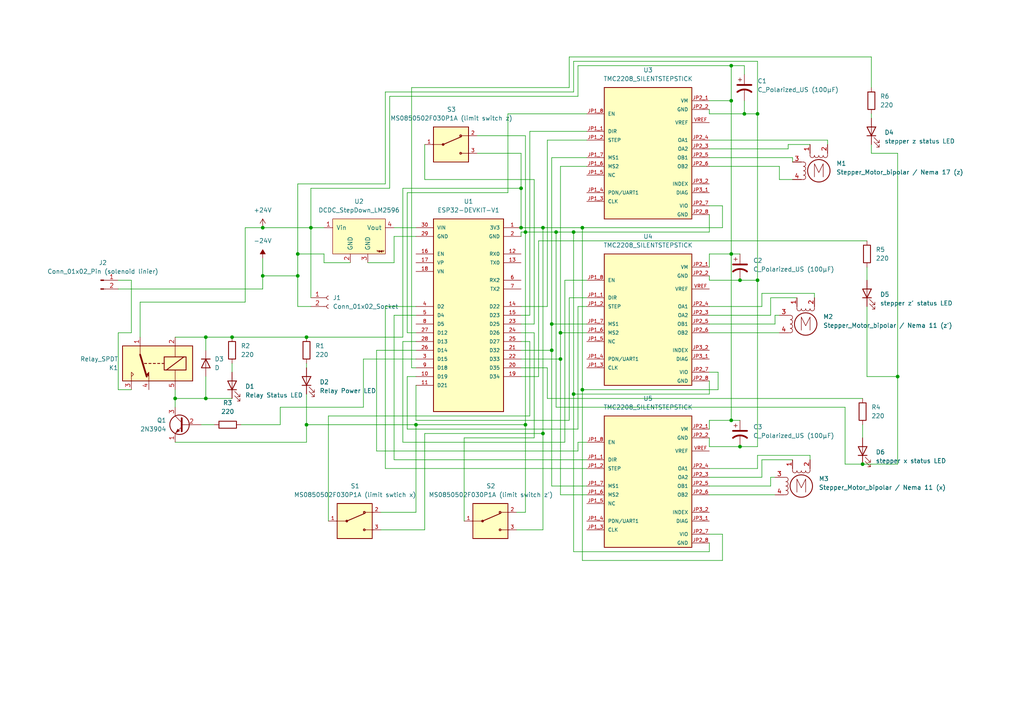
<source format=kicad_sch>
(kicad_sch (version 20231120) (generator "eeschema") (generator_version "8.0")
  (paper "A4")
  (title_block (title "IoT Liquid Dispensing Iodium-131 Capsules") (date "2024-03-06") (rev "2"))
  (lib_symbols
    (symbol "Connector:Conn_01x02_Pin" (pin_names (offset 1.016) hide)
      (property "Reference" "J" (at 0 2.54 0))
      (property "Value" "Conn_01x02_Pin" (at 0 -5.08 0))
      (symbol "Conn_01x02_Pin_1_1"
        (polyline (pts (xy 1.27 -2.54) (xy 0.8636 -2.54)) (stroke (width 0.1524)))
        (polyline (pts (xy 1.27 0) (xy 0.8636 0)) (stroke (width 0.1524)))
        (rectangle (start 0.8636 -2.413) (end 0 -2.667) (stroke (width 0.1524)) (fill (type outline)))
        (rectangle (start 0.8636 0.127) (end 0 -0.127) (stroke (width 0.1524)) (fill (type outline)))
        (pin passive line (at 5.08 0 180) (length 3.81) (name "Pin_1") (number "1"))
        (pin passive line (at 5.08 -2.54 180) (length 3.81) (name "Pin_2") (number "2"))
      )
    )
    (symbol "Connector:Conn_01x02_Socket" (pin_names (offset 1.016) hide)
      (property "Reference" "J" (at 0 2.54 0))
      (property "Value" "Conn_01x02_Socket" (at 0 -5.08 0))
      (symbol "Conn_01x02_Socket_1_1"
        (arc (start 0 -2.032) (mid -0.5058 -2.54) (end 0 -3.048) (stroke (width 0.1524)))
        (polyline (pts (xy -1.27 -2.54) (xy -0.508 -2.54)) (stroke (width 0.1524)))
        (polyline (pts (xy -1.27 0) (xy -0.508 0)) (stroke (width 0.1524)))
        (arc (start 0 0.508) (mid -0.5058 0) (end 0 -0.508) (stroke (width 0.1524)))
        (pin passive line (at -5.08 0 0) (length 3.81) (name "Pin_1") (number "1"))
        (pin passive line (at -5.08 -2.54 0) (length 3.81) (name "Pin_2") (number "2"))
      )
    )
    (symbol "Device:C_Polarized_US" (pin_numbers hide) (pin_names (offset 0.254) hide)
      (property "Reference" "C" (at 0.635 2.54 0))
      (property "Value" "C_Polarized_US" (at 0.635 -2.54 0))
      (symbol "C_Polarized_US_0_1"
        (polyline (pts (xy -2.032 0.762) (xy 2.032 0.762)) (stroke (width 0.508)))
        (polyline (pts (xy -1.778 2.286) (xy -0.762 2.286)))
        (polyline (pts (xy -1.27 1.778) (xy -1.27 2.794)))
        (arc (start 2.032 -1.27) (mid 0 -0.5572) (end -2.032 -1.27) (stroke (width 0.508)))
      )
      (symbol "C_Polarized_US_1_1"
        (pin passive line (at 0 3.81 270) (length 2.794) (name "~") (number "1"))
        (pin passive line (at 0 -3.81 90) (length 3.302) (name "~") (number "2"))
      )
    )
    (symbol "Device:D" (pin_numbers hide) (pin_names (offset 1.016) hide)
      (property "Reference" "D" (at 0 2.54 0))
      (property "Value" "D" (at 0 -2.54 0))
      (symbol "D_0_1"
        (polyline (pts (xy -1.27 1.27) (xy -1.27 -1.27)) (stroke (width 0.254)))
        (polyline (pts (xy 1.27 0) (xy -1.27 0)))
        (polyline (pts (xy 1.27 1.27) (xy 1.27 -1.27) (xy -1.27 0) (xy 1.27 1.27)) (stroke (width 0.254)))
      )
      (symbol "D_1_1"
        (pin passive line (at -3.81 0 0) (length 2.54) (name "K") (number "1"))
        (pin passive line (at 3.81 0 180) (length 2.54) (name "A") (number "2"))
      )
    )
    (symbol "Device:LED" (pin_numbers hide) (pin_names (offset 1.016) hide)
      (property "Reference" "D" (at 0 2.54 0))
      (property "Value" "LED" (at 0 -2.54 0))
      (symbol "LED_0_1"
        (polyline (pts (xy -1.27 -1.27) (xy -1.27 1.27)) (stroke (width 0.254)))
        (polyline (pts (xy -1.27 0) (xy 1.27 0)))
        (polyline (pts (xy 1.27 -1.27) (xy 1.27 1.27) (xy -1.27 0) (xy 1.27 -1.27)) (stroke (width 0.254)))
        (polyline (pts (xy -3.048 -0.762) (xy -4.572 -2.286) (xy -3.81 -2.286) (xy -4.572 -2.286) (xy -4.572 -1.524)))
        (polyline (pts (xy -1.778 -0.762) (xy -3.302 -2.286) (xy -2.54 -2.286) (xy -3.302 -2.286) (xy -3.302 -1.524)))
      )
      (symbol "LED_1_1"
        (pin passive line (at -3.81 0 0) (length 2.54) (name "K") (number "1"))
        (pin passive line (at 3.81 0 180) (length 2.54) (name "A") (number "2"))
      )
    )
    (symbol "Device:R" (pin_numbers hide) (pin_names (offset 0))
      (property "Reference" "R" (at 2.032 0 90))
      (property "Value" "R" (at 0 0 90))
      (symbol "R_0_1"
        (rectangle (start -1.016 -2.54) (end 1.016 2.54) (stroke (width 0.254)))
      )
      (symbol "R_1_1"
        (pin passive line (at 0 3.81 270) (length 1.27) (name "~") (number "1"))
        (pin passive line (at 0 -3.81 90) (length 1.27) (name "~") (number "2"))
      )
    )
    (symbol "ESP32-DEVKIT-V1:ESP32-DEVKIT-V1" (pin_names (offset 1.016))
      (property "Reference" "U" (at -10.16 30.48 0))
      (property "Value" "ESP32-DEVKIT-V1" (at -10.16 -30.48 0))
      (symbol "ESP32-DEVKIT-V1_0_0"
        (rectangle (start -10.16 27.94) (end 10.16 -27.94) (stroke (width 0.254)) (fill (type background)))
        (pin bidirectional line (at -15.24 -17.78 0) (length 5.08) (name "D19") (number "10"))
        (pin bidirectional line (at -15.24 -20.32 0) (length 5.08) (name "D21") (number "11"))
        (pin input line (at 15.24 17.78 180) (length 5.08) (name "RX0") (number "12"))
        (pin output line (at 15.24 15.24 180) (length 5.08) (name "TX0") (number "13"))
        (pin bidirectional line (at 15.24 2.54 180) (length 5.08) (name "D22") (number "14"))
        (pin bidirectional line (at 15.24 0 180) (length 5.08) (name "D23") (number "15"))
        (pin input line (at -15.24 17.78 0) (length 5.08) (name "EN") (number "16"))
        (pin bidirectional line (at -15.24 15.24 0) (length 5.08) (name "VP") (number "17"))
        (pin bidirectional line (at -15.24 12.7 0) (length 5.08) (name "VN") (number "18"))
        (pin bidirectional line (at 15.24 -17.78 180) (length 5.08) (name "D34") (number "19"))
        (pin bidirectional line (at 15.24 -15.24 180) (length 5.08) (name "D35") (number "20"))
        (pin bidirectional line (at 15.24 -10.16 180) (length 5.08) (name "D32") (number "21"))
        (pin bidirectional line (at 15.24 -12.7 180) (length 5.08) (name "D33") (number "22"))
        (pin bidirectional line (at 15.24 -2.54 180) (length 5.08) (name "D25") (number "23"))
        (pin bidirectional line (at 15.24 -5.08 180) (length 5.08) (name "D26") (number "24"))
        (pin bidirectional line (at 15.24 -7.62 180) (length 5.08) (name "D27") (number "25"))
        (pin bidirectional line (at -15.24 -10.16 0) (length 5.08) (name "D14") (number "26"))
        (pin bidirectional line (at -15.24 -5.08 0) (length 5.08) (name "D12") (number "27"))
        (pin bidirectional line (at -15.24 -7.62 0) (length 5.08) (name "D13") (number "28"))
        (pin power_in line (at -15.24 22.86 0) (length 5.08) (name "GND") (number "29"))
        (pin bidirectional line (at -15.24 -12.7 0) (length 5.08) (name "D15") (number "3"))
        (pin bidirectional line (at -15.24 2.54 0) (length 5.08) (name "D2") (number "4"))
        (pin bidirectional line (at -15.24 0 0) (length 5.08) (name "D4") (number "5"))
        (pin input line (at 15.24 10.16 180) (length 5.08) (name "RX2") (number "6"))
        (pin output line (at 15.24 7.62 180) (length 5.08) (name "TX2") (number "7"))
        (pin bidirectional line (at -15.24 -2.54 0) (length 5.08) (name "D5") (number "8"))
        (pin bidirectional line (at -15.24 -15.24 0) (length 5.08) (name "D18") (number "9"))
      )
      (symbol "ESP32-DEVKIT-V1_1_0"
        (pin power_out line (at 15.24 25.4 180) (length 5.08) (name "3V3") (number "1"))
        (pin power_out line (at 15.24 22.86 180) (length 5.08) (name "GND") (number "2"))
        (pin power_in line (at -15.24 25.4 0) (length 5.08) (name "VIN") (number "30"))
      )
    )
    (symbol "MS0850502F030P1A:MS0850502F030P1A" (pin_names (offset 1.016))
      (property "Reference" "S" (at -5.0923 5.6015 0))
      (property "Value" "MS0850502F030P1A" (at -5.0887 -7.633 0))
      (symbol "MS0850502F030P1A_0_0"
        (rectangle (start -5.08 -5.08) (end 5.08 5.08) (stroke (width 0.254)) (fill (type background)))
        (circle (center -2.286 0) (radius 0.254) (stroke (width 0.254)))
        (polyline (pts (xy -2.286 0) (xy -5.334 0)) (stroke (width 0.1524)))
        (polyline (pts (xy -2.286 0) (xy 3.048 2.286)) (stroke (width 0.254)))
        (polyline (pts (xy 3.048 -2.54) (xy 5.588 -2.54)) (stroke (width 0.1524)))
        (polyline (pts (xy 3.048 2.54) (xy 5.588 2.54)) (stroke (width 0.1524)))
        (circle (center 2.794 -2.54) (radius 0.254) (stroke (width 0.254)))
        (circle (center 2.794 2.54) (radius 0.254) (stroke (width 0.254)))
        (pin passive line (at -7.62 0 0) (length 2.54) (name "~") (number "1"))
        (pin passive line (at 7.62 2.54 180) (length 2.54) (name "~") (number "2"))
        (pin passive line (at 7.62 -2.54 180) (length 2.54) (name "~") (number "3"))
      )
    )
    (symbol "Motor:Stepper_Motor_bipolar" (pin_names (offset 0) hide)
      (property "Reference" "M" (at 3.81 2.54 0))
      (property "Value" "Stepper_Motor_bipolar" (at 3.81 1.27 0))
      (symbol "Stepper_Motor_bipolar_0_0"
        (polyline (pts (xy -1.27 -1.778) (xy -1.27 2.032) (xy 0 -0.508) (xy 1.27 2.032) (xy 1.27 -1.778)))
      )
      (symbol "Stepper_Motor_bipolar_0_1"
        (arc (start -4.445 -2.54) (mid -3.8127 -1.905) (end -4.445 -1.27))
        (arc (start -4.445 -1.27) (mid -3.8127 -0.635) (end -4.445 0))
        (arc (start -4.445 0) (mid -3.8127 0.635) (end -4.445 1.27))
        (arc (start -4.445 1.27) (mid -3.8127 1.905) (end -4.445 2.54))
        (arc (start -2.54 4.445) (mid -1.905 3.8127) (end -1.27 4.445))
        (arc (start -1.27 4.445) (mid -0.635 3.8127) (end 0 4.445))
        (polyline (pts (xy -5.08 -2.54) (xy -4.445 -2.54)))
        (polyline (pts (xy -5.08 2.54) (xy -4.445 2.54)))
        (polyline (pts (xy -2.54 5.08) (xy -2.54 4.445)))
        (polyline (pts (xy 2.54 5.08) (xy 2.54 4.445)))
        (circle (center 0 0) (radius 3.2512) (stroke (width 0.254)))
        (arc (start 0 4.445) (mid 0.635 3.8127) (end 1.27 4.445))
        (arc (start 1.27 4.445) (mid 1.905 3.8127) (end 2.54 4.445))
      )
      (symbol "Stepper_Motor_bipolar_1_1"
        (pin passive line (at -2.54 7.62 270) (length 2.54) (name "~") (number "1"))
        (pin passive line (at 2.54 7.62 270) (length 2.54) (name "-") (number "2"))
        (pin passive line (at -7.62 2.54 0) (length 2.54) (name "~") (number "3"))
        (pin passive line (at -7.62 -2.54 0) (length 2.54) (name "~") (number "4"))
      )
    )
    (symbol "Relay:Relay_SPDT"
      (property "Reference" "K1" (at 11.43 1.2701 0))
      (property "Value" "Relay_SPDT" (at 11.43 -1.2699 0))
      (symbol "Relay_SPDT_0_0"
        (polyline (pts (xy 7.62 5.08) (xy 7.62 2.54) (xy 6.985 3.175) (xy 7.62 3.81)))
      )
      (symbol "Relay_SPDT_0_1"
        (rectangle (start -10.16 5.08) (end 10.16 -5.08) (stroke (width 0.254)) (fill (type background)))
        (rectangle (start -8.255 1.905) (end -1.905 -1.905) (stroke (width 0.254)))
        (polyline (pts (xy -7.62 -1.905) (xy -2.54 1.905)) (stroke (width 0.254)))
        (polyline (pts (xy -5.08 -5.08) (xy -5.08 -1.905)))
        (polyline (pts (xy -5.08 5.08) (xy -5.08 1.905)))
        (polyline (pts (xy -1.905 0) (xy -1.27 0)) (stroke (width 0.254)))
        (polyline (pts (xy -0.635 0) (xy 0 0)) (stroke (width 0.254)))
        (polyline (pts (xy 0.635 0) (xy 1.27 0)) (stroke (width 0.254)))
        (polyline (pts (xy 1.905 0) (xy 2.54 0)) (stroke (width 0.254)))
        (polyline (pts (xy 3.175 0) (xy 3.81 0)) (stroke (width 0.254)))
        (polyline (pts (xy 5.08 -2.54) (xy 3.175 3.81)) (stroke (width 0.508)))
        (polyline (pts (xy 5.08 -2.54) (xy 5.08 -5.08)))
        (polyline (pts (xy 2.54 5.08) (xy 2.54 2.54) (xy 3.175 3.175) (xy 2.54 3.81)) (fill (type outline)))
      )
      (symbol "Relay_SPDT_1_1"
        (pin passive line (at 5.08 -7.62 90) (length 2.54) (name "~") (number "1"))
        (pin passive line (at -5.08 -7.62 90) (length 2.54) (name "~") (number "2"))
        (pin passive line (at 7.62 7.62 270) (length 2.54) (name "~") (number "3"))
        (pin passive line (at 2.54 7.62 270) (length 2.54) (name "~") (number "4"))
        (pin passive line (at -5.08 7.62 270) (length 2.54) (name "~") (number "5"))
      )
    )
    (symbol "TMC2208_SILENTSTEPSTICK:TMC2208_SILENTSTEPSTICK" (pin_names (offset 1.016))
      (property "Reference" "U" (at -12.7 19.05 0))
      (property "Value" "TMC2208_SILENTSTEPSTICK" (at -12.7 -22.86 0))
      (symbol "TMC2208_SILENTSTEPSTICK_0_0"
        (rectangle (start -12.7 17.78) (end 12.7 -20.32) (stroke (width 0.254)) (fill (type background)))
        (pin input line (at -17.78 5.08 0) (length 5.08) (name "DIR") (number "JP1_1"))
        (pin input line (at -17.78 2.54 0) (length 5.08) (name "STEP") (number "JP1_2"))
        (pin bidirectional line (at -17.78 -12.7 0) (length 5.08) (name "PDN/UART1") (number "JP1_4"))
        (pin input line (at -17.78 -5.08 0) (length 5.08) (name "MS2") (number "JP1_6"))
        (pin input line (at -17.78 -2.54 0) (length 5.08) (name "MS1") (number "JP1_7"))
        (pin input line (at -17.78 10.16 0) (length 5.08) (name "EN") (number "JP1_8"))
        (pin power_in line (at 17.78 11.43 180) (length 5.08) (name "GND") (number "JP2_2"))
        (pin passive line (at 17.78 0 180) (length 5.08) (name "OA2") (number "JP2_3"))
        (pin passive line (at 17.78 2.54 180) (length 5.08) (name "OA1") (number "JP2_4"))
        (pin passive line (at 17.78 -2.54 180) (length 5.08) (name "OB1") (number "JP2_5"))
        (pin passive line (at 17.78 -5.08 180) (length 5.08) (name "OB2") (number "JP2_6"))
        (pin power_in line (at 17.78 -16.51 180) (length 5.08) (name "VIO") (number "JP2_7"))
        (pin power_in line (at 17.78 -19.05 180) (length 5.08) (name "GND") (number "JP2_8"))
        (pin output line (at 17.78 -12.7 180) (length 5.08) (name "DIAG") (number "JP3_1"))
        (pin output line (at 17.78 -10.16 180) (length 5.08) (name "INDEX") (number "JP3_2"))
        (pin passive line (at 17.78 7.62 180) (length 5.08) (name "VREF") (number "VREF"))
      )
      (symbol "TMC2208_SILENTSTEPSTICK_1_0"
        (pin input line (at -17.78 -15.24 0) (length 5.08) (name "CLK") (number "JP1_3"))
        (pin free line (at -17.78 -7.62 0) (length 5.08) (name "NC") (number "JP1_5"))
        (pin power_in line (at 17.78 13.97 180) (length 5.08) (name "VM") (number "JP2_1"))
      )
    )
    (symbol "TMC2208_SILENTSTEPSTICK_1" (pin_names (offset 1.016))
      (property "Reference" "U" (at -12.7 19.05 0))
      (property "Value" "TMC2208_SILENTSTEPSTICK" (at -12.7 -22.86 0))
      (symbol "TMC2208_SILENTSTEPSTICK_1_0_0"
        (rectangle (start -12.7 17.78) (end 12.7 -20.32) (stroke (width 0.254)) (fill (type background)))
        (pin input line (at -17.78 5.08 0) (length 5.08) (name "DIR") (number "JP1_1"))
        (pin input line (at -17.78 2.54 0) (length 5.08) (name "STEP") (number "JP1_2"))
        (pin bidirectional line (at -17.78 -12.7 0) (length 5.08) (name "PDN/UART1") (number "JP1_4"))
        (pin input line (at -17.78 -5.08 0) (length 5.08) (name "MS2") (number "JP1_6"))
        (pin input line (at -17.78 -2.54 0) (length 5.08) (name "MS1") (number "JP1_7"))
        (pin input line (at -17.78 10.16 0) (length 5.08) (name "EN") (number "JP1_8"))
        (pin power_in line (at 17.78 11.43 180) (length 5.08) (name "GND") (number "JP2_2"))
        (pin passive line (at 17.78 0 180) (length 5.08) (name "OA2") (number "JP2_3"))
        (pin passive line (at 17.78 2.54 180) (length 5.08) (name "OA1") (number "JP2_4"))
        (pin passive line (at 17.78 -2.54 180) (length 5.08) (name "OB1") (number "JP2_5"))
        (pin passive line (at 17.78 -5.08 180) (length 5.08) (name "OB2") (number "JP2_6"))
        (pin power_in line (at 17.78 -16.51 180) (length 5.08) (name "VIO") (number "JP2_7"))
        (pin power_in line (at 17.78 -19.05 180) (length 5.08) (name "GND") (number "JP2_8"))
        (pin output line (at 17.78 -12.7 180) (length 5.08) (name "DIAG") (number "JP3_1"))
        (pin output line (at 17.78 -10.16 180) (length 5.08) (name "INDEX") (number "JP3_2"))
        (pin passive line (at 17.78 7.62 180) (length 5.08) (name "VREF") (number "VREF"))
      )
      (symbol "TMC2208_SILENTSTEPSTICK_1_1_0"
        (pin input line (at -17.78 -15.24 0) (length 5.08) (name "CLK") (number "JP1_3"))
        (pin free line (at -17.78 -7.62 0) (length 5.08) (name "NC") (number "JP1_5"))
        (pin power_in line (at 17.78 13.97 180) (length 5.08) (name "VM") (number "JP2_1"))
      )
    )
    (symbol "TMC2208_SILENTSTEPSTICK_2" (pin_names (offset 1.016))
      (property "Reference" "U" (at -12.7 19.05 0))
      (property "Value" "TMC2208_SILENTSTEPSTICK" (at -12.7 -22.86 0))
      (symbol "TMC2208_SILENTSTEPSTICK_2_0_0"
        (rectangle (start -12.7 17.78) (end 12.7 -20.32) (stroke (width 0.254)) (fill (type background)))
        (pin input line (at -17.78 5.08 0) (length 5.08) (name "DIR") (number "JP1_1"))
        (pin input line (at -17.78 2.54 0) (length 5.08) (name "STEP") (number "JP1_2"))
        (pin bidirectional line (at -17.78 -12.7 0) (length 5.08) (name "PDN/UART1") (number "JP1_4"))
        (pin input line (at -17.78 -5.08 0) (length 5.08) (name "MS2") (number "JP1_6"))
        (pin input line (at -17.78 -2.54 0) (length 5.08) (name "MS1") (number "JP1_7"))
        (pin input line (at -17.78 10.16 0) (length 5.08) (name "EN") (number "JP1_8"))
        (pin power_in line (at 17.78 11.43 180) (length 5.08) (name "GND") (number "JP2_2"))
        (pin passive line (at 17.78 0 180) (length 5.08) (name "OA2") (number "JP2_3"))
        (pin passive line (at 17.78 2.54 180) (length 5.08) (name "OA1") (number "JP2_4"))
        (pin passive line (at 17.78 -2.54 180) (length 5.08) (name "OB1") (number "JP2_5"))
        (pin passive line (at 17.78 -5.08 180) (length 5.08) (name "OB2") (number "JP2_6"))
        (pin power_in line (at 17.78 -16.51 180) (length 5.08) (name "VIO") (number "JP2_7"))
        (pin power_in line (at 17.78 -19.05 180) (length 5.08) (name "GND") (number "JP2_8"))
        (pin output line (at 17.78 -12.7 180) (length 5.08) (name "DIAG") (number "JP3_1"))
        (pin output line (at 17.78 -10.16 180) (length 5.08) (name "INDEX") (number "JP3_2"))
        (pin passive line (at 17.78 7.62 180) (length 5.08) (name "VREF") (number "VREF"))
      )
      (symbol "TMC2208_SILENTSTEPSTICK_2_1_0"
        (pin input line (at -17.78 -15.24 0) (length 5.08) (name "CLK") (number "JP1_3"))
        (pin free line (at -17.78 -7.62 0) (length 5.08) (name "NC") (number "JP1_5"))
        (pin power_in line (at 17.78 13.97 180) (length 5.08) (name "VM") (number "JP2_1"))
      )
    )
    (symbol "Transistor_BJT:2N3904" (pin_names (offset 0) hide)
      (property "Reference" "Q" (at 5.08 1.905 0))
      (property "Value" "2N3904" (at 5.08 0 0))
      (symbol "2N3904_0_1"
        (polyline (pts (xy 0.635 0.635) (xy 2.54 2.54)))
        (polyline (pts (xy 0.635 -0.635) (xy 2.54 -2.54) (xy 2.54 -2.54)))
        (polyline (pts (xy 0.635 1.905) (xy 0.635 -1.905) (xy 0.635 -1.905)) (stroke (width 0.508)))
        (polyline (pts (xy 1.27 -1.778) (xy 1.778 -1.27) (xy 2.286 -2.286) (xy 1.27 -1.778) (xy 1.27 -1.778)) (fill (type outline)))
        (circle (center 1.27 0) (radius 2.8194) (stroke (width 0.254)))
      )
      (symbol "2N3904_1_1"
        (pin passive line (at 2.54 -5.08 90) (length 2.54) (name "E") (number "1"))
        (pin passive line (at -5.08 0 0) (length 5.715) (name "B") (number "2"))
        (pin passive line (at 2.54 5.08 270) (length 2.54) (name "C") (number "3"))
      )
    )
    (symbol "dcdc_stepdown_lm2596:YAAJ_DCDC_StepDown_LM2596" (pin_names (offset 1.016))
      (property "Reference" "U" (at -5.08 6.35 0))
      (property "Value" "YAAJ_DCDC_StepDown_LM2596" (at 0 11.43 0))
      (symbol "YAAJ_DCDC_StepDown_LM2596_0_1"
        (rectangle (start -7.62 5.08) (end 7.62 -5.08) (fill (type background)))
      )
      (symbol "YAAJ_DCDC_StepDown_LM2596_1_1"
        (text "Y@@V" (at 6.1976 -4.2672 0) (effects (font (size 0.508 0.508))))
        (pin power_in line (at -10.16 2.54 0) (length 2.54) (name "Vin") (number "1"))
        (pin power_in line (at -2.54 -7.62 90) (length 2.54) (name "GND") (number "2"))
        (pin power_in line (at 2.54 -7.62 90) (length 2.54) (name "GND") (number "3"))
        (pin power_out line (at 10.16 2.54 180) (length 2.54) (name "Vout") (number "4"))
      )
    )
    (symbol "power:+24V" (power) (pin_names (offset 0))
      (property "Value" "+24V" (at 0 3.556 0))
      (symbol "+24V_0_1"
        (polyline (pts (xy -0.762 1.27) (xy 0 2.54)))
        (polyline (pts (xy 0 0) (xy 0 2.54)))
        (polyline (pts (xy 0 2.54) (xy 0.762 1.27)))
      )
      (symbol "+24V_1_1"
        (pin power_in line (at 0 0 90) (length 0) hide (name "+24V") (number "1"))
      )
    )
    (symbol "power:-24V" (power) (pin_names (offset 0))
      (property "Value" "-24V" (at 0 3.81 0))
      (symbol "-24V_0_0"
        (pin power_in line (at 0 0 90) (length 0) hide (name "-24V") (number "1"))
      )
      (symbol "-24V_0_1"
        (polyline (pts (xy 0 0) (xy 0 1.27) (xy 0.762 1.27) (xy 0 2.54) (xy -0.762 1.27) (xy 0 1.27)) (fill (type outline)))
      )
    )
  )
  (junction (at 152.4 67.31))
  (junction (at 212.09 19.05))
  (junction (at 166.37 67.31))
  (junction (at 160.02 101.6))
  (junction (at 151.13 54.61))
  (junction (at 166.37 114.3))
  (junction (at 160.02 93.98))
  (junction (at 88.9 123.19))
  (junction (at 162.56 96.52))
  (junction (at 50.8 115.57))
  (junction (at 219.71 81.28))
  (junction (at 157.48 125.73))
  (junction (at 212.09 29.21))
  (junction (at 88.9 97.79))
  (junction (at 157.48 66.04))
  (junction (at 59.69 97.79))
  (junction (at 168.91 113.03))
  (junction (at 161.29 67.31))
  (junction (at 219.71 33.02))
  (junction (at 59.69 115.57))
  (junction (at 90.17 66.04))
  (junction (at 120.65 123.19))
  (junction (at 215.9 33.02))
  (junction (at 76.2 66.04))
  (junction (at 152.4 123.19))
  (junction (at 212.09 121.92))
  (junction (at 67.31 97.79))
  (junction (at 76.2 80.01))
  (junction (at 250.19 134.62))
  (junction (at 214.63 81.28))
  (junction (at 151.13 66.04))
  (junction (at 214.63 129.54))
  (junction (at 168.91 66.04))
  (junction (at 86.36 80.01))
  (junction (at 86.36 73.66))
  (junction (at 212.09 73.66))
  (junction (at 162.56 104.14))
  (junction (at 260.35 109.22))
  (wire (pts (xy 163.83 81.28) (xy 163.83 128.27)))
  (wire (pts (xy 158.75 40.64) (xy 158.75 88.9)))
  (wire (pts (xy 50.8 115.57) (xy 50.8 113.03)))
  (wire (pts (xy 118.11 109.22) (xy 120.65 109.22)))
  (wire (pts (xy 67.31 97.79) (xy 88.9 97.79)))
  (wire (pts (xy 93.98 73.66) (xy 86.36 73.66)))
  (wire (pts (xy 226.06 52.07) (xy 226.06 48.26)))
  (wire (pts (xy 168.91 66.04) (xy 209.55 66.04)))
  (wire (pts (xy 147.32 55.88) (xy 118.11 55.88)))
  (wire (pts (xy 166.37 67.31) (xy 166.37 114.3)))
  (wire (pts (xy 81.28 118.11) (xy 81.28 123.19)))
  (wire (pts (xy 205.74 129.54) (xy 214.63 129.54)))
  (wire (pts (xy 138.43 44.45) (xy 151.13 44.45)))
  (wire (pts (xy 118.11 96.52) (xy 120.65 96.52)))
  (wire (pts (xy 88.9 97.79) (xy 116.84 97.79)))
  (wire (pts (xy 101.6 76.2) (xy 93.98 76.2)))
  (wire (pts (xy 205.74 127) (xy 205.74 129.54)))
  (wire (pts (xy 219.71 129.54) (xy 219.71 81.28)))
  (wire (pts (xy 114.3 66.04) (xy 120.65 66.04)))
  (wire (pts (xy 90.17 54.61) (xy 90.17 66.04)))
  (wire (pts (xy 252.73 25.4) (xy 252.73 16.51)))
  (wire (pts (xy 160.02 93.98) (xy 170.18 93.98)))
  (wire (pts (xy 34.29 81.28) (xy 38.1 81.28)))
  (wire (pts (xy 166.37 114.3) (xy 166.37 160.02)))
  (wire (pts (xy 205.74 154.94) (xy 209.55 154.94)))
  (wire (pts (xy 212.09 29.21) (xy 212.09 73.66)))
  (wire (pts (xy 212.09 73.66) (xy 214.63 73.66)))
  (wire (pts (xy 167.64 19.05) (xy 167.64 27.94)))
  (wire (pts (xy 118.11 55.88) (xy 118.11 96.52)))
  (wire (pts (xy 215.9 29.21) (xy 215.9 33.02)))
  (wire (pts (xy 226.06 91.44) (xy 224.79 91.44)))
  (wire (pts (xy 154.94 96.52) (xy 151.13 96.52)))
  (wire (pts (xy 119.38 106.68) (xy 120.65 106.68)))
  (wire (pts (xy 205.74 160.02) (xy 166.37 160.02)))
  (wire (pts (xy 223.52 91.44) (xy 205.74 91.44)))
  (wire (pts (xy 71.12 87.63) (xy 71.12 66.04)))
  (wire (pts (xy 205.74 110.49) (xy 205.74 114.3)))
  (wire (pts (xy 170.18 33.02) (xy 147.32 33.02)))
  (wire (pts (xy 59.69 115.57) (xy 50.8 115.57)))
  (wire (pts (xy 153.67 120.65) (xy 153.67 99.06)))
  (wire (pts (xy 34.29 96.52) (xy 34.29 113.03)))
  (wire (pts (xy 228.6 41.91) (xy 228.6 43.18)))
  (wire (pts (xy 153.67 91.44) (xy 151.13 91.44)))
  (wire (pts (xy 116.84 54.61) (xy 151.13 54.61)))
  (wire (pts (xy 118.11 124.46) (xy 118.11 109.22)))
  (wire (pts (xy 252.73 41.91) (xy 252.73 44.45)))
  (wire (pts (xy 50.8 97.79) (xy 59.69 97.79)))
  (wire (pts (xy 116.84 99.06) (xy 120.65 99.06)))
  (wire (pts (xy 123.19 52.07) (xy 154.94 52.07)))
  (wire (pts (xy 50.8 128.27) (xy 88.9 128.27)))
  (wire (pts (xy 105.41 104.14) (xy 105.41 118.11)))
  (wire (pts (xy 161.29 118.11) (xy 245.11 118.11)))
  (wire (pts (xy 149.86 148.59) (xy 152.4 148.59)))
  (wire (pts (xy 109.22 130.81) (xy 167.64 130.81)))
  (wire (pts (xy 38.1 96.52) (xy 34.29 96.52)))
  (wire (pts (xy 205.74 121.92) (xy 212.09 121.92)))
  (wire (pts (xy 168.91 113.03) (xy 168.91 162.56)))
  (wire (pts (xy 138.43 39.37) (xy 152.4 39.37)))
  (wire (pts (xy 154.94 93.98) (xy 151.13 93.98)))
  (wire (pts (xy 250.19 123.19) (xy 250.19 127)))
  (wire (pts (xy 205.74 88.9) (xy 220.98 88.9)))
  (wire (pts (xy 260.35 44.45) (xy 260.35 109.22)))
  (wire (pts (xy 209.55 162.56) (xy 168.91 162.56)))
  (wire (pts (xy 219.71 33.02) (xy 219.71 17.78)))
  (wire (pts (xy 170.18 45.72) (xy 160.02 45.72)))
  (wire (pts (xy 220.98 133.35) (xy 220.98 138.43)))
  (wire (pts (xy 219.71 135.89) (xy 219.71 132.08)))
  (wire (pts (xy 224.79 138.43) (xy 223.52 138.43)))
  (wire (pts (xy 205.74 114.3) (xy 166.37 114.3)))
  (wire (pts (xy 214.63 129.54) (xy 219.71 129.54)))
  (wire (pts (xy 226.06 52.07) (xy 229.87 52.07)))
  (wire (pts (xy 165.1 16.51) (xy 165.1 25.4)))
  (wire (pts (xy 34.29 83.82) (xy 76.2 83.82)))
  (wire (pts (xy 212.09 19.05) (xy 215.9 19.05)))
  (wire (pts (xy 59.69 97.79) (xy 67.31 97.79)))
  (wire (pts (xy 160.02 101.6) (xy 151.13 101.6)))
  (wire (pts (xy 170.18 38.1) (xy 153.67 38.1)))
  (wire (pts (xy 223.52 140.97) (xy 205.74 140.97)))
  (wire (pts (xy 166.37 67.31) (xy 205.74 67.31)))
  (wire (pts (xy 252.73 33.02) (xy 252.73 34.29)))
  (wire (pts (xy 208.28 107.95) (xy 208.28 113.03)))
  (wire (pts (xy 86.36 73.66) (xy 86.36 80.01)))
  (wire (pts (xy 220.98 88.9) (xy 220.98 85.09)))
  (wire (pts (xy 123.19 125.73) (xy 157.48 125.73)))
  (wire (pts (xy 134.62 151.13) (xy 134.62 127)))
  (wire (pts (xy 226.06 96.52) (xy 205.74 96.52)))
  (wire (pts (xy 114.3 76.2) (xy 114.3 68.58)))
  (wire (pts (xy 153.67 99.06) (xy 151.13 99.06)))
  (wire (pts (xy 212.09 29.21) (xy 205.74 29.21)))
  (wire (pts (xy 234.95 132.08) (xy 234.95 133.35)))
  (wire (pts (xy 223.52 138.43) (xy 223.52 140.97)))
  (wire (pts (xy 59.69 109.22) (xy 59.69 115.57)))
  (wire (pts (xy 212.09 29.21) (xy 212.09 19.05)))
  (wire (pts (xy 157.48 125.73) (xy 157.48 66.04)))
  (wire (pts (xy 40.64 87.63) (xy 71.12 87.63)))
  (wire (pts (xy 93.98 76.2) (xy 93.98 73.66)))
  (wire (pts (xy 34.29 113.03) (xy 38.1 113.03)))
  (wire (pts (xy 167.64 124.46) (xy 118.11 124.46)))
  (wire (pts (xy 252.73 44.45) (xy 260.35 44.45)))
  (wire (pts (xy 168.91 66.04) (xy 168.91 113.03)))
  (wire (pts (xy 212.09 121.92) (xy 214.63 121.92)))
  (wire (pts (xy 156.21 109.22) (xy 151.13 109.22)))
  (wire (pts (xy 205.74 59.69) (xy 209.55 59.69)))
  (wire (pts (xy 40.64 97.79) (xy 40.64 87.63)))
  (wire (pts (xy 120.65 148.59) (xy 120.65 123.19)))
  (wire (pts (xy 86.36 88.9) (xy 90.17 88.9)))
  (wire (pts (xy 165.1 121.92) (xy 120.65 121.92)))
  (wire (pts (xy 167.64 19.05) (xy 212.09 19.05)))
  (wire (pts (xy 154.94 52.07) (xy 154.94 93.98)))
  (wire (pts (xy 110.49 148.59) (xy 120.65 148.59)))
  (wire (pts (xy 165.1 86.36) (xy 165.1 121.92)))
  (wire (pts (xy 161.29 67.31) (xy 166.37 67.31)))
  (wire (pts (xy 106.68 76.2) (xy 114.3 76.2)))
  (wire (pts (xy 157.48 153.67) (xy 157.48 125.73)))
  (wire (pts (xy 88.9 123.19) (xy 88.9 128.27)))
  (wire (pts (xy 110.49 153.67) (xy 123.19 153.67)))
  (wire (pts (xy 81.28 123.19) (xy 69.85 123.19)))
  (wire (pts (xy 224.79 93.98) (xy 205.74 93.98)))
  (wire (pts (xy 113.03 27.94) (xy 113.03 54.61)))
  (wire (pts (xy 170.18 140.97) (xy 160.02 140.97)))
  (wire (pts (xy 105.41 118.11) (xy 81.28 118.11)))
  (wire (pts (xy 170.18 81.28) (xy 163.83 81.28)))
  (wire (pts (xy 152.4 123.19) (xy 152.4 67.31)))
  (wire (pts (xy 160.02 45.72) (xy 160.02 93.98)))
  (wire (pts (xy 162.56 96.52) (xy 162.56 104.14)))
  (wire (pts (xy 240.03 41.91) (xy 240.03 40.64)))
  (wire (pts (xy 162.56 96.52) (xy 170.18 96.52)))
  (wire (pts (xy 251.46 88.9) (xy 251.46 109.22)))
  (wire (pts (xy 205.74 31.75) (xy 205.74 33.02)))
  (wire (pts (xy 50.8 115.57) (xy 50.8 118.11)))
  (wire (pts (xy 116.84 128.27) (xy 116.84 99.06)))
  (wire (pts (xy 251.46 69.85) (xy 156.21 69.85)))
  (wire (pts (xy 88.9 114.3) (xy 88.9 123.19)))
  (wire (pts (xy 95.25 120.65) (xy 153.67 120.65)))
  (wire (pts (xy 76.2 74.93) (xy 76.2 80.01)))
  (wire (pts (xy 152.4 39.37) (xy 152.4 67.31)))
  (wire (pts (xy 205.74 73.66) (xy 212.09 73.66)))
  (wire (pts (xy 120.65 101.6) (xy 109.22 101.6)))
  (wire (pts (xy 151.13 44.45) (xy 151.13 54.61)))
  (wire (pts (xy 205.74 124.46) (xy 205.74 121.92)))
  (wire (pts (xy 220.98 138.43) (xy 205.74 138.43)))
  (wire (pts (xy 151.13 67.31) (xy 152.4 67.31)))
  (wire (pts (xy 166.37 26.67) (xy 111.76 26.67)))
  (wire (pts (xy 158.75 88.9) (xy 151.13 88.9)))
  (wire (pts (xy 167.64 88.9) (xy 167.64 124.46)))
  (wire (pts (xy 220.98 85.09) (xy 236.22 85.09)))
  (wire (pts (xy 209.55 154.94) (xy 209.55 162.56)))
  (wire (pts (xy 212.09 121.92) (xy 212.09 73.66)))
  (wire (pts (xy 219.71 81.28) (xy 219.71 33.02)))
  (wire (pts (xy 162.56 143.51) (xy 162.56 104.14)))
  (wire (pts (xy 76.2 83.82) (xy 76.2 80.01)))
  (wire (pts (xy 219.71 17.78) (xy 166.37 17.78)))
  (wire (pts (xy 120.65 104.14) (xy 105.41 104.14)))
  (wire (pts (xy 205.74 143.51) (xy 224.79 143.51)))
  (wire (pts (xy 67.31 105.41) (xy 67.31 107.95)))
  (wire (pts (xy 245.11 134.62) (xy 245.11 118.11)))
  (wire (pts (xy 170.18 135.89) (xy 111.76 135.89)))
  (wire (pts (xy 134.62 127) (xy 154.94 127)))
  (wire (pts (xy 158.75 106.68) (xy 151.13 106.68)))
  (wire (pts (xy 260.35 134.62) (xy 250.19 134.62)))
  (wire (pts (xy 123.19 153.67) (xy 123.19 125.73)))
  (wire (pts (xy 205.74 67.31) (xy 205.74 62.23)))
  (wire (pts (xy 166.37 17.78) (xy 166.37 26.67)))
  (wire (pts (xy 252.73 16.51) (xy 165.1 16.51)))
  (wire (pts (xy 228.6 43.18) (xy 205.74 43.18)))
  (wire (pts (xy 215.9 33.02) (xy 219.71 33.02)))
  (wire (pts (xy 76.2 80.01) (xy 86.36 80.01)))
  (wire (pts (xy 151.13 66.04) (xy 157.48 66.04)))
  (wire (pts (xy 260.35 109.22) (xy 251.46 109.22)))
  (wire (pts (xy 123.19 41.91) (xy 123.19 52.07)))
  (wire (pts (xy 170.18 40.64) (xy 158.75 40.64)))
  (wire (pts (xy 147.32 33.02) (xy 147.32 55.88)))
  (wire (pts (xy 236.22 85.09) (xy 236.22 86.36)))
  (wire (pts (xy 260.35 109.22) (xy 260.35 134.62)))
  (wire (pts (xy 162.56 48.26) (xy 162.56 96.52)))
  (wire (pts (xy 215.9 21.59) (xy 215.9 19.05)))
  (wire (pts (xy 58.42 123.19) (xy 62.23 123.19)))
  (wire (pts (xy 67.31 115.57) (xy 59.69 115.57)))
  (wire (pts (xy 90.17 66.04) (xy 90.17 86.36)))
  (wire (pts (xy 229.87 133.35) (xy 220.98 133.35)))
  (wire (pts (xy 95.25 120.65) (xy 95.25 151.13)))
  (wire (pts (xy 111.76 88.9) (xy 120.65 88.9)))
  (wire (pts (xy 151.13 54.61) (xy 151.13 66.04)))
  (wire (pts (xy 113.03 54.61) (xy 90.17 54.61)))
  (wire (pts (xy 170.18 88.9) (xy 167.64 88.9)))
  (wire (pts (xy 59.69 97.79) (xy 59.69 101.6)))
  (wire (pts (xy 119.38 25.4) (xy 119.38 106.68)))
  (wire (pts (xy 205.74 81.28) (xy 214.63 81.28)))
  (wire (pts (xy 114.3 68.58) (xy 120.65 68.58)))
  (wire (pts (xy 214.63 81.28) (xy 219.71 81.28)))
  (wire (pts (xy 109.22 101.6) (xy 109.22 130.81)))
  (wire (pts (xy 250.19 134.62) (xy 245.11 134.62)))
  (wire (pts (xy 161.29 118.11) (xy 161.29 67.31)))
  (wire (pts (xy 165.1 25.4) (xy 119.38 25.4)))
  (wire (pts (xy 160.02 93.98) (xy 160.02 101.6)))
  (wire (pts (xy 209.55 59.69) (xy 209.55 66.04)))
  (wire (pts (xy 86.36 53.34) (xy 86.36 73.66)))
  (wire (pts (xy 76.2 66.04) (xy 90.17 66.04)))
  (wire (pts (xy 226.06 48.26) (xy 205.74 48.26)))
  (wire (pts (xy 120.65 121.92) (xy 120.65 111.76)))
  (wire (pts (xy 116.84 97.79) (xy 116.84 54.61)))
  (wire (pts (xy 162.56 104.14) (xy 151.13 104.14)))
  (wire (pts (xy 167.64 130.81) (xy 167.64 128.27)))
  (wire (pts (xy 86.36 88.9) (xy 86.36 80.01)))
  (wire (pts (xy 111.76 26.67) (xy 111.76 53.34)))
  (wire (pts (xy 205.74 77.47) (xy 205.74 73.66)))
  (wire (pts (xy 111.76 135.89) (xy 111.76 88.9)))
  (wire (pts (xy 205.74 135.89) (xy 219.71 135.89)))
  (wire (pts (xy 154.94 127) (xy 154.94 96.52)))
  (wire (pts (xy 88.9 123.19) (xy 120.65 123.19)))
  (wire (pts (xy 167.64 27.94) (xy 113.03 27.94)))
  (wire (pts (xy 157.48 66.04) (xy 168.91 66.04)))
  (wire (pts (xy 205.74 107.95) (xy 208.28 107.95)))
  (wire (pts (xy 152.4 67.31) (xy 161.29 67.31)))
  (wire (pts (xy 114.3 133.35) (xy 114.3 91.44)))
  (wire (pts (xy 205.74 40.64) (xy 240.03 40.64)))
  (wire (pts (xy 163.83 128.27) (xy 116.84 128.27)))
  (wire (pts (xy 170.18 48.26) (xy 162.56 48.26)))
  (wire (pts (xy 208.28 113.03) (xy 168.91 113.03)))
  (wire (pts (xy 90.17 66.04) (xy 93.98 66.04)))
  (wire (pts (xy 71.12 66.04) (xy 76.2 66.04)))
  (wire (pts (xy 229.87 45.72) (xy 205.74 45.72)))
  (wire (pts (xy 160.02 140.97) (xy 160.02 101.6)))
  (wire (pts (xy 224.79 91.44) (xy 224.79 93.98)))
  (wire (pts (xy 153.67 38.1) (xy 153.67 91.44)))
  (wire (pts (xy 205.74 33.02) (xy 215.9 33.02)))
  (wire (pts (xy 38.1 81.28) (xy 38.1 96.52)))
  (wire (pts (xy 151.13 67.31) (xy 151.13 68.58)))
  (wire (pts (xy 231.14 86.36) (xy 223.52 86.36)))
  (wire (pts (xy 205.74 80.01) (xy 205.74 81.28)))
  (wire (pts (xy 158.75 115.57) (xy 158.75 106.68)))
  (wire (pts (xy 219.71 132.08) (xy 234.95 132.08)))
  (wire (pts (xy 229.87 46.99) (xy 229.87 45.72)))
  (wire (pts (xy 149.86 153.67) (xy 157.48 153.67)))
  (wire (pts (xy 111.76 53.34) (xy 86.36 53.34)))
  (wire (pts (xy 234.95 41.91) (xy 228.6 41.91)))
  (wire (pts (xy 156.21 69.85) (xy 156.21 109.22)))
  (wire (pts (xy 170.18 143.51) (xy 162.56 143.51)))
  (wire (pts (xy 120.65 123.19) (xy 152.4 123.19)))
  (wire (pts (xy 250.19 115.57) (xy 158.75 115.57)))
  (wire (pts (xy 170.18 133.35) (xy 114.3 133.35)))
  (wire (pts (xy 251.46 77.47) (xy 251.46 81.28)))
  (wire (pts (xy 152.4 148.59) (xy 152.4 123.19)))
  (wire (pts (xy 167.64 128.27) (xy 170.18 128.27)))
  (wire (pts (xy 170.18 86.36) (xy 165.1 86.36)))
  (wire (pts (xy 88.9 106.68) (xy 88.9 105.41)))
  (wire (pts (xy 205.74 157.48) (xy 205.74 160.02)))
  (wire (pts (xy 223.52 86.36) (xy 223.52 91.44)))
  (wire (pts (xy 114.3 91.44) (xy 120.65 91.44)))
  (symbol (lib_id "Device:C_Polarized_US") (at 214.63 77.47 0) (unit 1)
    (property "Reference" "C2" (at 218.44 75.565 0) (effects (justify left)))
    (property "Value" "C_Polarized_US (100μF)" (at 218.44 78.105 0) (effects (justify left)))
    (property "Footprint" "Capacitor_THT:C_Radial_D8.0mm_H11.5mm_P3.50mm" (effects (hide yes)))
  )
  (symbol (lib_id "Connector:Conn_01x02_Pin") (at 29.21 81.28 0) (unit 1)
    (property "Reference" "J2" (at 29.845 76.2 0))
    (property "Value" "Conn_01x02_Pin (solenoid linier)" (at 29.845 78.74 0))
    (property "Footprint" "Connector_PinHeader_2.54mm:PinHeader_1x02_P2.54mm_Vertical" (effects (hide yes)))
    (property "Description" "Generic connector, single row, 01x02, script generated" (effects (hide yes)))
  )
  (symbol (lib_name "TMC2208_SILENTSTEPSTICK_1") (lib_id "TMC2208_SILENTSTEPSTICK:TMC2208_SILENTSTEPSTICK") (at 187.96 43.18 0) (unit 1)
    (property "Reference" "U3" (at 187.96 20.32 0))
    (property "Value" "TMC2208_SILENTSTEPSTICK" (at 187.96 22.86 0))
    (property "Footprint" "TMC2208_SILENTSTEPSTICK:MODULE_TMC2208_SILENTSTEPSTICK" (effects (hide yes)))
    (property "Description" "\nTMC2208 Motor Controller/Driver, Stepper Power Management Evaluation Board\n" (effects (hide yes)))
    (property "MF" "Trinamic Motion" (effects (hide yes)))
    (property "Package" "None" (effects (hide yes)))
    (property "Price" "None" (effects (hide yes)))
    (property "Check_prices" "https://www.snapeda.com/parts/TMC2208%20SILENTSTEPSTICK/Trinamic+Motion+Control+GmbH/view-part/?ref=eda" (effects (hide yes)))
    (property "SnapEDA_Link" "https://www.snapeda.com/parts/TMC2208%20SILENTSTEPSTICK/Trinamic+Motion+Control+GmbH/view-part/?ref=snap" (effects (hide yes)))
    (property "MP" "TMC2208 SILENTSTEPSTICK" (effects (hide yes)))
    (property "Purchase-URL" "https://www.snapeda.com/api/url_track_click_mouser/?unipart_id=2125784&manufacturer=Trinamic Motion&part_name=TMC2208 SILENTSTEPSTICK&search_term=None" (effects (hide yes)))
    (property "Availability" "In Stock" (effects (hide yes)))
    (property "MANUFACTURER" "Trinamic Motion" (effects (hide yes)))
  )
  (symbol (lib_id "power:+24V") (at 76.2 66.04 0) (unit 1)
    (property "Reference" "#PWR02" (effects (hide yes)))
    (property "Value" "+24V" (at 76.2 60.96 0))
    (property "Footprint" "Connector_PinSocket_2.54mm:PinSocket_1x01_P2.54mm_Vertical" (effects (hide yes)))
  )
  (symbol (lib_id "Device:R") (at 251.46 73.66 0) (unit 1)
    (property "Reference" "R5" (at 254 72.3899 0) (effects (justify left)))
    (property "Value" "220" (at 254 74.9299 0) (effects (justify left)))
    (property "Footprint" "Resistor_THT:R_Axial_DIN0204_L3.6mm_D1.6mm_P5.08mm_Horizontal" (effects (hide yes)))
    (property "Description" "Resistor" (effects (hide yes)))
  )
  (symbol (lib_id "dcdc_stepdown_lm2596:YAAJ_DCDC_StepDown_LM2596") (at 104.14 68.58 0) (unit 1)
    (property "Reference" "U2" (at 104.14 58.42 0))
    (property "Value" "DCDC_StepDown_LM2596" (at 104.14 60.96 0))
    (property "Footprint" "dcdc_stepdown_lm2596:DCDC_StepDown_LM2596" (effects (hide yes)))
  )
  (symbol (lib_id "Device:R") (at 88.9 101.6 0) (unit 1)
    (property "Reference" "R1" (at 91.44 100.3299 0) (effects (justify left)))
    (property "Value" "220" (at 91.44 102.8699 0) (effects (justify left)))
    (property "Footprint" "Resistor_THT:R_Axial_DIN0204_L3.6mm_D1.6mm_P5.08mm_Horizontal" (effects (hide yes)))
    (property "Description" "Resistor" (effects (hide yes)))
  )
  (symbol (lib_id "Motor:Stepper_Motor_bipolar") (at 237.49 49.53 0) (unit 1)
    (property "Reference" "M1" (at 242.57 47.409 0) (effects (justify left)))
    (property "Value" "Stepper_Motor_bipolar / Nema 17 (z)" (at 242.57 49.949 0) (effects (justify left)))
    (property "Footprint" "Connector_PinHeader_2.54mm:PinHeader_1x04_P2.54mm_Vertical" (effects (hide yes)))
    (property "Datasheet" "http://www.infineon.com/dgdl/Application-Note-TLE8110EE_driving_UniPolarStepperMotor_V1.1.pdf?fileId=db3a30431be39b97011be5d0aa0a00b0" (effects (hide yes)))
  )
  (symbol (lib_id "Device:R") (at 252.73 29.21 0) (unit 1)
    (property "Reference" "R6" (at 255.27 27.9399 0) (effects (justify left)))
    (property "Value" "220" (at 255.27 30.4799 0) (effects (justify left)))
    (property "Footprint" "Resistor_THT:R_Axial_DIN0204_L3.6mm_D1.6mm_P5.08mm_Horizontal" (effects (hide yes)))
    (property "Description" "Resistor" (effects (hide yes)))
  )
  (symbol (lib_id "Motor:Stepper_Motor_bipolar") (at 233.68 93.98 0) (unit 1)
    (property "Reference" "M2" (at 238.76 91.859 0) (effects (justify left)))
    (property "Value" "Stepper_Motor_bipolar / Nema 11 (z')" (at 238.76 94.399 0) (effects (justify left)))
    (property "Footprint" "Connector_PinHeader_2.54mm:PinHeader_1x04_P2.54mm_Vertical" (effects (hide yes)))
    (property "Datasheet" "http://www.infineon.com/dgdl/Application-Note-TLE8110EE_driving_UniPolarStepperMotor_V1.1.pdf?fileId=db3a30431be39b97011be5d0aa0a00b0" (effects (hide yes)))
  )
  (symbol (lib_id "Device:LED") (at 88.9 110.49 90) (unit 1)
    (property "Reference" "D2" (at 92.71 110.8074 90) (effects (justify right)))
    (property "Value" "Relay Power LED" (at 92.71 113.3474 90) (effects (justify right)))
    (property "Footprint" "LED_THT:LED_D3.0mm" (effects (hide yes)))
    (property "Description" "Light emitting diode" (effects (hide yes)))
  )
  (symbol (lib_id "Relay:Relay_SPDT") (at 45.72 105.41 180) (unit 1)
    (property "Reference" "K1" (at 34.29 106.6801 0) (effects (justify left)))
    (property "Value" "Relay_SPDT" (at 34.29 104.1401 0) (effects (justify left)))
    (property "Footprint" "Relay_THT:Relay_SPDT_SANYOU_SRD_Series_Form_C" (effects (hide yes)))
    (property "Description" "Monostable Relay SPDT, EN50005" (effects (hide yes)))
  )
  (symbol (lib_id "MS0850502F030P1A:MS0850502F030P1A") (at 102.87 151.13 0) (unit 1)
    (property "Reference" "S1" (at 102.997 140.97 0))
    (property "Value" "MS0850502F030P1A (limit swtich x)" (at 102.997 143.51 0))
    (property "Footprint" "Connector_PinHeader_2.54mm:PinHeader_1x03_P2.54mm_Vertical" (effects (hide yes)))
    (property "Description" "\nSnap Action Switch, SPDT, ON-MOM, MS Series, Straight Lever, 5A, 125VAC, PC Pin | E-Switch MS0850502F030P1A\n" (effects (hide yes)))
    (property "MF" "E-Switch" (effects (hide yes)))
    (property "Package" "None" (effects (hide yes)))
    (property "Price" "None" (effects (hide yes)))
    (property "Check_prices" "https://www.snapeda.com/parts/MS0850502F030P1A/E-Switch/view-part/?ref=eda" (effects (hide yes)))
    (property "SnapEDA_Link" "https://www.snapeda.com/parts/MS0850502F030P1A/E-Switch/view-part/?ref=snap" (effects (hide yes)))
    (property "MP" "MS0850502F030P1A" (effects (hide yes)))
    (property "Purchase-URL" "https://www.snapeda.com/api/url_track_click_mouser/?unipart_id=1129959&manufacturer=E-Switch&part_name=MS0850502F030P1A&search_term=None" (effects (hide yes)))
    (property "Availability" "In Stock" (effects (hide yes)))
    (property "MANUFACTURER" "E-SWITCH" (effects (hide yes)))
  )
  (symbol (lib_id "power:-24V") (at 76.2 74.93 0) (unit 1)
    (property "Reference" "#PWR03" (effects (hide yes)))
    (property "Value" "-24V" (at 76.2 69.85 0))
    (property "Footprint" "Connector_PinSocket_2.54mm:PinSocket_1x01_P2.54mm_Vertical" (effects (hide yes)))
  )
  (symbol (lib_id "Device:LED") (at 67.31 111.76 90) (unit 1)
    (property "Reference" "D1" (at 71.12 112.0774 90) (effects (justify right)))
    (property "Value" "Relay Status LED" (at 71.12 114.6174 90) (effects (justify right)))
    (property "Footprint" "LED_THT:LED_D3.0mm" (effects (hide yes)))
    (property "Description" "Light emitting diode" (effects (hide yes)))
  )
  (symbol (lib_id "ESP32-DEVKIT-V1:ESP32-DEVKIT-V1") (at 135.89 91.44 0) (unit 1)
    (property "Reference" "U1" (at 135.89 58.42 0))
    (property "Value" "ESP32-DEVKIT-V1" (at 135.89 60.96 0))
    (property "Footprint" "ESP32-DEVKIT-V1:MODULE_ESP32_DEVKIT_V1" (effects (hide yes)))
    (property "Description" "\nDual core, Wi-Fi: 2.4 GHz up to 150 Mbits/s,BLE (Bluetooth Low Energy) and legacy Bluetooth, 32 bits, Up to 240 MHz\n" (effects (hide yes)))
    (property "MF" "Do it" (effects (hide yes)))
    (property "MAXIMUM_PACKAGE_HEIGHT" "6.8 mm" (effects (hide yes)))
    (property "Package" "None" (effects (hide yes)))
    (property "Price" "None" (effects (hide yes)))
    (property "Check_prices" "https://www.snapeda.com/parts/ESP32-DEVKIT-V1/Do+it/view-part/?ref=eda" (effects (hide yes)))
    (property "STANDARD" "Manufacturer Recommendations" (effects (hide yes)))
    (property "PARTREV" "N/A" (effects (hide yes)))
    (property "SnapEDA_Link" "https://www.snapeda.com/parts/ESP32-DEVKIT-V1/Do+it/view-part/?ref=snap" (effects (hide yes)))
    (property "MP" "ESP32-DEVKIT-V1" (effects (hide yes)))
    (property "Availability" "Not in stock" (effects (hide yes)))
    (property "MANUFACTURER" "DOIT" (effects (hide yes)))
  )
  (symbol (lib_id "TMC2208_SILENTSTEPSTICK:TMC2208_SILENTSTEPSTICK") (at 187.96 138.43 0) (unit 1)
    (property "Reference" "U5" (at 187.96 115.57 0))
    (property "Value" "TMC2208_SILENTSTEPSTICK" (at 187.96 118.11 0))
    (property "Footprint" "TMC2208_SILENTSTEPSTICK:MODULE_TMC2208_SILENTSTEPSTICK" (effects (hide yes)))
    (property "Description" "\nTMC2208 Motor Controller/Driver, Stepper Power Management Evaluation Board\n" (effects (hide yes)))
    (property "MF" "Trinamic Motion" (effects (hide yes)))
    (property "Package" "None" (effects (hide yes)))
    (property "Price" "None" (effects (hide yes)))
    (property "Check_prices" "https://www.snapeda.com/parts/TMC2208%20SILENTSTEPSTICK/Trinamic+Motion+Control+GmbH/view-part/?ref=eda" (effects (hide yes)))
    (property "SnapEDA_Link" "https://www.snapeda.com/parts/TMC2208%20SILENTSTEPSTICK/Trinamic+Motion+Control+GmbH/view-part/?ref=snap" (effects (hide yes)))
    (property "MP" "TMC2208 SILENTSTEPSTICK" (effects (hide yes)))
    (property "Purchase-URL" "https://www.snapeda.com/api/url_track_click_mouser/?unipart_id=2125784&manufacturer=Trinamic Motion&part_name=TMC2208 SILENTSTEPSTICK&search_term=None" (effects (hide yes)))
    (property "Availability" "In Stock" (effects (hide yes)))
    (property "MANUFACTURER" "Trinamic Motion" (effects (hide yes)))
  )
  (symbol (lib_id "Device:C_Polarized_US") (at 215.9 25.4 0) (unit 1)
    (property "Reference" "C1" (at 219.71 23.495 0) (effects (justify left)))
    (property "Value" "C_Polarized_US (100μF)" (at 219.71 26.035 0) (effects (justify left)))
    (property "Footprint" "Capacitor_THT:C_Radial_D8.0mm_H11.5mm_P3.50mm" (effects (hide yes)))
  )
  (symbol (lib_id "Device:LED") (at 251.46 85.09 90) (unit 1)
    (property "Reference" "D5" (at 255.27 85.4074 90) (effects (justify right)))
    (property "Value" "stepper z' status LED" (at 255.27 87.9474 90) (effects (justify right)))
    (property "Footprint" "LED_THT:LED_D3.0mm" (effects (hide yes)))
    (property "Description" "Light emitting diode" (effects (hide yes)))
  )
  (symbol (lib_id "MS0850502F030P1A:MS0850502F030P1A") (at 130.81 41.91 0) (unit 1)
    (property "Reference" "S3" (at 130.937 31.75 0))
    (property "Value" "MS0850502F030P1A (limit switch z)" (at 130.937 34.29 0))
    (property "Footprint" "Connector_PinHeader_2.54mm:PinHeader_1x03_P2.54mm_Vertical" (effects (hide yes)))
    (property "Description" "\nSnap Action Switch, SPDT, ON-MOM, MS Series, Straight Lever, 5A, 125VAC, PC Pin | E-Switch MS0850502F030P1A\n" (effects (hide yes)))
    (property "MF" "E-Switch" (effects (hide yes)))
    (property "Package" "None" (effects (hide yes)))
    (property "Price" "None" (effects (hide yes)))
    (property "Check_prices" "https://www.snapeda.com/parts/MS0850502F030P1A/E-Switch/view-part/?ref=eda" (effects (hide yes)))
    (property "SnapEDA_Link" "https://www.snapeda.com/parts/MS0850502F030P1A/E-Switch/view-part/?ref=snap" (effects (hide yes)))
    (property "MP" "MS0850502F030P1A" (effects (hide yes)))
    (property "Purchase-URL" "https://www.snapeda.com/api/url_track_click_mouser/?unipart_id=1129959&manufacturer=E-Switch&part_name=MS0850502F030P1A&search_term=None" (effects (hide yes)))
    (property "Availability" "In Stock" (effects (hide yes)))
    (property "MANUFACTURER" "E-SWITCH" (effects (hide yes)))
  )
  (symbol (lib_id "Motor:Stepper_Motor_bipolar") (at 232.41 140.97 0) (unit 1)
    (property "Reference" "M3" (at 237.49 138.849 0) (effects (justify left)))
    (property "Value" "Stepper_Motor_bipolar / Nema 11 (x)" (at 237.49 141.389 0) (effects (justify left)))
    (property "Footprint" "Connector_PinHeader_2.54mm:PinHeader_1x04_P2.54mm_Vertical" (effects (hide yes)))
    (property "Datasheet" "http://www.infineon.com/dgdl/Application-Note-TLE8110EE_driving_UniPolarStepperMotor_V1.1.pdf?fileId=db3a30431be39b97011be5d0aa0a00b0" (effects (hide yes)))
  )
  (symbol (lib_id "Device:LED") (at 250.19 130.81 90) (unit 1)
    (property "Reference" "D6" (at 254 131.1274 90) (effects (justify right)))
    (property "Value" "stepper x status LED" (at 254 133.6674 90) (effects (justify right)))
    (property "Footprint" "LED_THT:LED_D3.0mm" (effects (hide yes)))
    (property "Description" "Light emitting diode" (effects (hide yes)))
  )
  (symbol (lib_id "MS0850502F030P1A:MS0850502F030P1A") (at 142.24 151.13 0) (unit 1)
    (property "Reference" "S2" (at 142.367 140.97 0))
    (property "Value" "MS0850502F030P1A (limit switch z')" (at 142.367 143.51 0))
    (property "Footprint" "Connector_PinHeader_2.54mm:PinHeader_1x03_P2.54mm_Vertical" (effects (hide yes)))
    (property "Description" "\nSnap Action Switch, SPDT, ON-MOM, MS Series, Straight Lever, 5A, 125VAC, PC Pin | E-Switch MS0850502F030P1A\n" (effects (hide yes)))
    (property "MF" "E-Switch" (effects (hide yes)))
    (property "Package" "None" (effects (hide yes)))
    (property "Price" "None" (effects (hide yes)))
    (property "Check_prices" "https://www.snapeda.com/parts/MS0850502F030P1A/E-Switch/view-part/?ref=eda" (effects (hide yes)))
    (property "SnapEDA_Link" "https://www.snapeda.com/parts/MS0850502F030P1A/E-Switch/view-part/?ref=snap" (effects (hide yes)))
    (property "MP" "MS0850502F030P1A" (effects (hide yes)))
    (property "Purchase-URL" "https://www.snapeda.com/api/url_track_click_mouser/?unipart_id=1129959&manufacturer=E-Switch&part_name=MS0850502F030P1A&search_term=None" (effects (hide yes)))
    (property "Availability" "In Stock" (effects (hide yes)))
    (property "MANUFACTURER" "E-SWITCH" (effects (hide yes)))
  )
  (symbol (lib_id "Transistor_BJT:2N3904") (at 53.34 123.19 0) (mirror y) (unit 1)
    (property "Reference" "Q1" (at 48.26 121.9199 0) (effects (justify left)))
    (property "Value" "2N3904" (at 48.26 124.4599 0) (effects (justify left)))
    (property "Footprint" "Package_TO_SOT_THT:TO-92_Inline" (effects (hide yes)))
    (property "Datasheet" "https://www.onsemi.com/pub/Collateral/2N3903-D.PDF" (effects (hide yes)))
    (property "Description" "0.2A Ic, 40V Vce, Small Signal NPN Transistor, TO-92" (effects (hide yes)))
  )
  (symbol (lib_id "Device:D") (at 59.69 105.41 270) (unit 1)
    (property "Reference" "D3" (at 62.23 104.1399 90) (effects (justify left)))
    (property "Value" "D" (at 62.23 106.6799 90) (effects (justify left)))
    (property "Footprint" "Diode_THT:D_DO-201AD_P15.24mm_Horizontal" (effects (hide yes)))
    (property "Description" "Diode" (effects (hide yes)))
    (property "Sim.Device" "D" (effects (hide yes)))
    (property "Sim.Pins" "1=K 2=A" (effects (hide yes)))
  )
  (symbol (lib_id "Device:R") (at 67.31 101.6 0) (unit 1)
    (property "Reference" "R2" (at 69.85 100.3299 0) (effects (justify left)))
    (property "Value" "220" (at 69.85 102.8699 0) (effects (justify left)))
    (property "Footprint" "Resistor_THT:R_Axial_DIN0204_L3.6mm_D1.6mm_P5.08mm_Horizontal" (effects (hide yes)))
    (property "Description" "Resistor" (effects (hide yes)))
  )
  (symbol (lib_id "Device:R") (at 66.04 123.19 270) (unit 1)
    (property "Reference" "R3" (at 66.04 116.84 90))
    (property "Value" "220" (at 66.04 119.38 90))
    (property "Footprint" "Resistor_THT:R_Axial_DIN0204_L3.6mm_D1.6mm_P5.08mm_Horizontal" (effects (hide yes)))
    (property "Description" "Resistor" (effects (hide yes)))
  )
  (symbol (lib_id "Device:R") (at 250.19 119.38 0) (unit 1)
    (property "Reference" "R4" (at 252.73 118.1099 0) (effects (justify left)))
    (property "Value" "220" (at 252.73 120.6499 0) (effects (justify left)))
    (property "Footprint" "Resistor_THT:R_Axial_DIN0204_L3.6mm_D1.6mm_P5.08mm_Horizontal" (effects (hide yes)))
    (property "Description" "Resistor" (effects (hide yes)))
  )
  (symbol (lib_id "Device:LED") (at 252.73 38.1 90) (unit 1)
    (property "Reference" "D4" (at 256.54 38.4174 90) (effects (justify right)))
    (property "Value" "stepper z status LED" (at 256.54 40.9574 90) (effects (justify right)))
    (property "Footprint" "LED_THT:LED_D3.0mm" (effects (hide yes)))
    (property "Description" "Light emitting diode" (effects (hide yes)))
  )
  (symbol (lib_id "Device:C_Polarized_US") (at 214.63 125.73 0) (unit 1)
    (property "Reference" "C3" (at 218.44 123.825 0) (effects (justify left)))
    (property "Value" "C_Polarized_US (100μF)" (at 218.44 126.365 0) (effects (justify left)))
    (property "Footprint" "Capacitor_THT:C_Radial_D8.0mm_H11.5mm_P3.50mm" (effects (hide yes)))
  )
  (symbol (lib_name "TMC2208_SILENTSTEPSTICK_2") (lib_id "TMC2208_SILENTSTEPSTICK:TMC2208_SILENTSTEPSTICK") (at 187.96 91.44 0) (unit 1)
    (property "Reference" "U4" (at 187.96 68.58 0))
    (property "Value" "TMC2208_SILENTSTEPSTICK" (at 187.96 71.12 0))
    (property "Footprint" "TMC2208_SILENTSTEPSTICK:MODULE_TMC2208_SILENTSTEPSTICK" (effects (hide yes)))
    (property "Description" "\nTMC2208 Motor Controller/Driver, Stepper Power Management Evaluation Board\n" (effects (hide yes)))
    (property "MF" "Trinamic Motion" (effects (hide yes)))
    (property "Package" "None" (effects (hide yes)))
    (property "Price" "None" (effects (hide yes)))
    (property "Check_prices" "https://www.snapeda.com/parts/TMC2208%20SILENTSTEPSTICK/Trinamic+Motion+Control+GmbH/view-part/?ref=eda" (effects (hide yes)))
    (property "SnapEDA_Link" "https://www.snapeda.com/parts/TMC2208%20SILENTSTEPSTICK/Trinamic+Motion+Control+GmbH/view-part/?ref=snap" (effects (hide yes)))
    (property "MP" "TMC2208 SILENTSTEPSTICK" (effects (hide yes)))
    (property "Purchase-URL" "https://www.snapeda.com/api/url_track_click_mouser/?unipart_id=2125784&manufacturer=Trinamic Motion&part_name=TMC2208 SILENTSTEPSTICK&search_term=None" (effects (hide yes)))
    (property "Availability" "In Stock" (effects (hide yes)))
    (property "MANUFACTURER" "Trinamic Motion" (effects (hide yes)))
  )
  (symbol (lib_id "Connector:Conn_01x02_Socket") (at 95.25 86.36 0) (unit 1)
    (property "Reference" "J1" (at 96.52 86.36 0) (effects (justify left)))
    (property "Value" "Conn_01x02_Socket" (at 96.52 88.9 0) (effects (justify left)))
    (property "Footprint" "TerminalBlock_Phoenix:TerminalBlock_Phoenix_MKDS-1,5-2-5.08_1x02_P5.08mm_Horizontal" (effects (hide yes)))
  )
)
</source>
